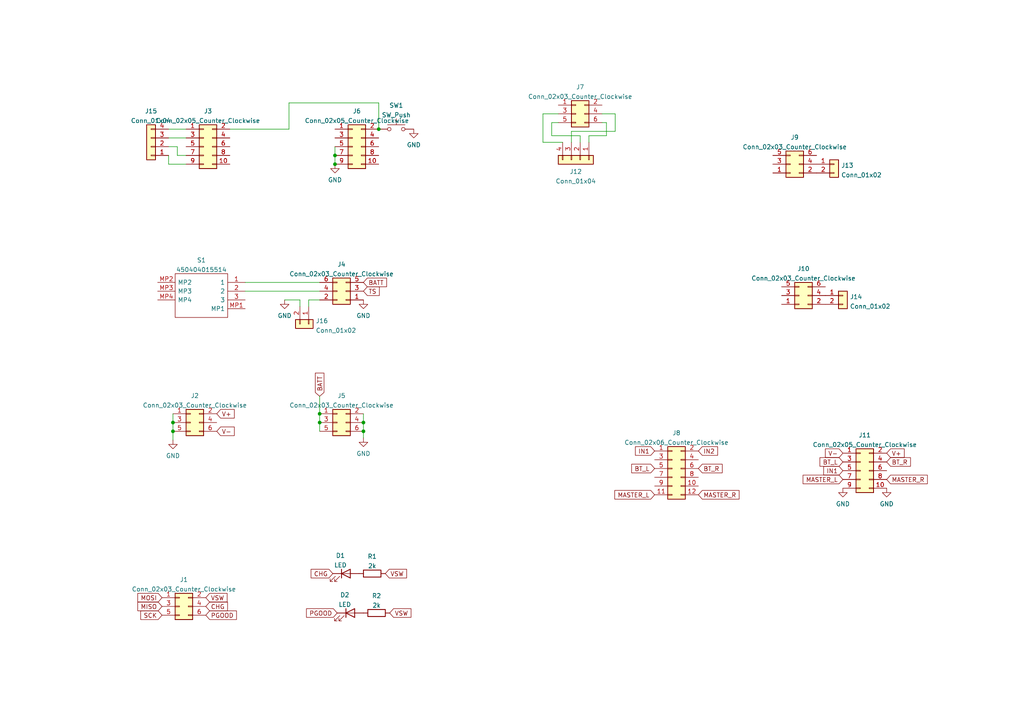
<source format=kicad_sch>
(kicad_sch (version 20211123) (generator eeschema)
  (paper "A4")
  (lib_symbols
    (symbol "Connector_Generic:Conn_01x02" (pin_names (offset 1.016) hide)
      (property "Reference" "J" (at 0 2.54 0))
      (property "Value" "Conn_01x02" (at 0 -5.08 0))
      (symbol "Conn_01x02_1_1"
        (rectangle (start -1.27 -2.413) (end 0 -2.667) (stroke (width 0.1524)))
        (rectangle (start -1.27 0.127) (end 0 -0.127) (stroke (width 0.1524)))
        (rectangle (start -1.27 1.27) (end 1.27 -3.81) (stroke (width 0.254)) (fill (type background)))
        (pin passive line (at -5.08 0 0) (length 3.81) (name "Pin_1") (number "1"))
        (pin passive line (at -5.08 -2.54 0) (length 3.81) (name "Pin_2") (number "2"))
      )
    )
    (symbol "Connector_Generic:Conn_01x04" (pin_names (offset 1.016) hide)
      (property "Reference" "J" (at 0 5.08 0))
      (property "Value" "Conn_01x04" (at 0 -7.62 0))
      (symbol "Conn_01x04_1_1"
        (rectangle (start -1.27 -4.953) (end 0 -5.207) (stroke (width 0.1524)))
        (rectangle (start -1.27 -2.413) (end 0 -2.667) (stroke (width 0.1524)))
        (rectangle (start -1.27 0.127) (end 0 -0.127) (stroke (width 0.1524)))
        (rectangle (start -1.27 2.667) (end 0 2.413) (stroke (width 0.1524)))
        (rectangle (start -1.27 3.81) (end 1.27 -6.35) (stroke (width 0.254)) (fill (type background)))
        (pin passive line (at -5.08 2.54 0) (length 3.81) (name "Pin_1") (number "1"))
        (pin passive line (at -5.08 0 0) (length 3.81) (name "Pin_2") (number "2"))
        (pin passive line (at -5.08 -2.54 0) (length 3.81) (name "Pin_3") (number "3"))
        (pin passive line (at -5.08 -5.08 0) (length 3.81) (name "Pin_4") (number "4"))
      )
    )
    (symbol "Connector_Generic:Conn_02x03_Odd_Even" (pin_names (offset 1.016) hide)
      (property "Reference" "J" (at 1.27 5.08 0))
      (property "Value" "Conn_02x03_Odd_Even" (at 1.27 -5.08 0))
      (symbol "Conn_02x03_Odd_Even_1_1"
        (rectangle (start -1.27 -2.413) (end 0 -2.667) (stroke (width 0.1524)))
        (rectangle (start -1.27 0.127) (end 0 -0.127) (stroke (width 0.1524)))
        (rectangle (start -1.27 2.667) (end 0 2.413) (stroke (width 0.1524)))
        (rectangle (start -1.27 3.81) (end 3.81 -3.81) (stroke (width 0.254)) (fill (type background)))
        (rectangle (start 3.81 -2.413) (end 2.54 -2.667) (stroke (width 0.1524)))
        (rectangle (start 3.81 0.127) (end 2.54 -0.127) (stroke (width 0.1524)))
        (rectangle (start 3.81 2.667) (end 2.54 2.413) (stroke (width 0.1524)))
        (pin passive line (at -5.08 2.54 0) (length 3.81) (name "Pin_1") (number "1"))
        (pin passive line (at 7.62 2.54 180) (length 3.81) (name "Pin_2") (number "2"))
        (pin passive line (at -5.08 0 0) (length 3.81) (name "Pin_3") (number "3"))
        (pin passive line (at 7.62 0 180) (length 3.81) (name "Pin_4") (number "4"))
        (pin passive line (at -5.08 -2.54 0) (length 3.81) (name "Pin_5") (number "5"))
        (pin passive line (at 7.62 -2.54 180) (length 3.81) (name "Pin_6") (number "6"))
      )
    )
    (symbol "Connector_Generic:Conn_02x05_Odd_Even" (pin_names (offset 1.016) hide)
      (property "Reference" "J" (at 1.27 7.62 0))
      (property "Value" "Conn_02x05_Odd_Even" (at 1.27 -7.62 0))
      (symbol "Conn_02x05_Odd_Even_1_1"
        (rectangle (start -1.27 -4.953) (end 0 -5.207) (stroke (width 0.1524)))
        (rectangle (start -1.27 -2.413) (end 0 -2.667) (stroke (width 0.1524)))
        (rectangle (start -1.27 0.127) (end 0 -0.127) (stroke (width 0.1524)))
        (rectangle (start -1.27 2.667) (end 0 2.413) (stroke (width 0.1524)))
        (rectangle (start -1.27 5.207) (end 0 4.953) (stroke (width 0.1524)))
        (rectangle (start -1.27 6.35) (end 3.81 -6.35) (stroke (width 0.254)) (fill (type background)))
        (rectangle (start 3.81 -4.953) (end 2.54 -5.207) (stroke (width 0.1524)))
        (rectangle (start 3.81 -2.413) (end 2.54 -2.667) (stroke (width 0.1524)))
        (rectangle (start 3.81 0.127) (end 2.54 -0.127) (stroke (width 0.1524)))
        (rectangle (start 3.81 2.667) (end 2.54 2.413) (stroke (width 0.1524)))
        (rectangle (start 3.81 5.207) (end 2.54 4.953) (stroke (width 0.1524)))
        (pin passive line (at -5.08 5.08 0) (length 3.81) (name "Pin_1") (number "1"))
        (pin passive line (at 7.62 -5.08 180) (length 3.81) (name "Pin_10") (number "10"))
        (pin passive line (at 7.62 5.08 180) (length 3.81) (name "Pin_2") (number "2"))
        (pin passive line (at -5.08 2.54 0) (length 3.81) (name "Pin_3") (number "3"))
        (pin passive line (at 7.62 2.54 180) (length 3.81) (name "Pin_4") (number "4"))
        (pin passive line (at -5.08 0 0) (length 3.81) (name "Pin_5") (number "5"))
        (pin passive line (at 7.62 0 180) (length 3.81) (name "Pin_6") (number "6"))
        (pin passive line (at -5.08 -2.54 0) (length 3.81) (name "Pin_7") (number "7"))
        (pin passive line (at 7.62 -2.54 180) (length 3.81) (name "Pin_8") (number "8"))
        (pin passive line (at -5.08 -5.08 0) (length 3.81) (name "Pin_9") (number "9"))
      )
    )
    (symbol "Connector_Generic:Conn_02x06_Odd_Even" (pin_names (offset 1.016) hide)
      (property "Reference" "J" (at 1.27 7.62 0))
      (property "Value" "Conn_02x06_Odd_Even" (at 1.27 -10.16 0))
      (symbol "Conn_02x06_Odd_Even_1_1"
        (rectangle (start -1.27 -7.493) (end 0 -7.747) (stroke (width 0.1524)))
        (rectangle (start -1.27 -4.953) (end 0 -5.207) (stroke (width 0.1524)))
        (rectangle (start -1.27 -2.413) (end 0 -2.667) (stroke (width 0.1524)))
        (rectangle (start -1.27 0.127) (end 0 -0.127) (stroke (width 0.1524)))
        (rectangle (start -1.27 2.667) (end 0 2.413) (stroke (width 0.1524)))
        (rectangle (start -1.27 5.207) (end 0 4.953) (stroke (width 0.1524)))
        (rectangle (start -1.27 6.35) (end 3.81 -8.89) (stroke (width 0.254)) (fill (type background)))
        (rectangle (start 3.81 -7.493) (end 2.54 -7.747) (stroke (width 0.1524)))
        (rectangle (start 3.81 -4.953) (end 2.54 -5.207) (stroke (width 0.1524)))
        (rectangle (start 3.81 -2.413) (end 2.54 -2.667) (stroke (width 0.1524)))
        (rectangle (start 3.81 0.127) (end 2.54 -0.127) (stroke (width 0.1524)))
        (rectangle (start 3.81 2.667) (end 2.54 2.413) (stroke (width 0.1524)))
        (rectangle (start 3.81 5.207) (end 2.54 4.953) (stroke (width 0.1524)))
        (pin passive line (at -5.08 5.08 0) (length 3.81) (name "Pin_1") (number "1"))
        (pin passive line (at 7.62 -5.08 180) (length 3.81) (name "Pin_10") (number "10"))
        (pin passive line (at -5.08 -7.62 0) (length 3.81) (name "Pin_11") (number "11"))
        (pin passive line (at 7.62 -7.62 180) (length 3.81) (name "Pin_12") (number "12"))
        (pin passive line (at 7.62 5.08 180) (length 3.81) (name "Pin_2") (number "2"))
        (pin passive line (at -5.08 2.54 0) (length 3.81) (name "Pin_3") (number "3"))
        (pin passive line (at 7.62 2.54 180) (length 3.81) (name "Pin_4") (number "4"))
        (pin passive line (at -5.08 0 0) (length 3.81) (name "Pin_5") (number "5"))
        (pin passive line (at 7.62 0 180) (length 3.81) (name "Pin_6") (number "6"))
        (pin passive line (at -5.08 -2.54 0) (length 3.81) (name "Pin_7") (number "7"))
        (pin passive line (at 7.62 -2.54 180) (length 3.81) (name "Pin_8") (number "8"))
        (pin passive line (at -5.08 -5.08 0) (length 3.81) (name "Pin_9") (number "9"))
      )
    )
    (symbol "Device:LED" (pin_numbers hide) (pin_names (offset 1.016) hide)
      (property "Reference" "D" (at 0 2.54 0))
      (property "Value" "LED" (at 0 -2.54 0))
      (symbol "LED_0_1"
        (polyline (pts (xy -1.27 -1.27) (xy -1.27 1.27)) (stroke (width 0.254)))
        (polyline (pts (xy -1.27 0) (xy 1.27 0)))
        (polyline (pts (xy 1.27 -1.27) (xy 1.27 1.27) (xy -1.27 0) (xy 1.27 -1.27)) (stroke (width 0.254)))
        (polyline (pts (xy -3.048 -0.762) (xy -4.572 -2.286) (xy -3.81 -2.286) (xy -4.572 -2.286) (xy -4.572 -1.524)))
        (polyline (pts (xy -1.778 -0.762) (xy -3.302 -2.286) (xy -2.54 -2.286) (xy -3.302 -2.286) (xy -3.302 -1.524)))
      )
      (symbol "LED_1_1"
        (pin passive line (at -3.81 0 0) (length 2.54) (name "K") (number "1"))
        (pin passive line (at 3.81 0 180) (length 2.54) (name "A") (number "2"))
      )
    )
    (symbol "Device:R" (pin_numbers hide) (pin_names (offset 0))
      (property "Reference" "R" (at 2.032 0 90))
      (property "Value" "R" (at 0 0 90))
      (symbol "R_0_1"
        (rectangle (start -1.016 -2.54) (end 1.016 2.54) (stroke (width 0.254)))
      )
      (symbol "R_1_1"
        (pin passive line (at 0 3.81 270) (length 1.27) (name "~") (number "1"))
        (pin passive line (at 0 -3.81 90) (length 1.27) (name "~") (number "2"))
      )
    )
    (symbol "SamacSys_Parts:450404015514" (pin_names (offset 0.762))
      (property "Reference" "S" (at 21.59 7.62 0))
      (property "Value" "450404015514" (at 21.59 5.08 0))
      (symbol "450404015514_0_0"
        (pin passive line (at 0 0 0) (length 5.08) (name "1") (number "1"))
        (pin passive line (at 0 -2.54 0) (length 5.08) (name "2") (number "2"))
        (pin passive line (at 0 -5.08 0) (length 5.08) (name "3") (number "3"))
        (pin passive line (at 0 -7.62 0) (length 5.08) (name "MP1") (number "MP1"))
        (pin passive line (at 25.4 0 180) (length 5.08) (name "MP2") (number "MP2"))
        (pin passive line (at 25.4 -2.54 180) (length 5.08) (name "MP3") (number "MP3"))
        (pin passive line (at 25.4 -5.08 180) (length 5.08) (name "MP4") (number "MP4"))
      )
      (symbol "450404015514_0_1"
        (polyline (pts (xy 5.08 2.54) (xy 20.32 2.54) (xy 20.32 -10.16) (xy 5.08 -10.16) (xy 5.08 2.54)) (stroke (width 0.1524)))
      )
    )
    (symbol "Switch:SW_Push" (pin_numbers hide) (pin_names (offset 1.016) hide)
      (property "Reference" "SW" (at 1.27 2.54 0))
      (property "Value" "SW_Push" (at 0 -1.524 0))
      (symbol "SW_Push_0_1"
        (circle (center -2.032 0) (radius 0.508))
        (polyline (pts (xy 0 1.27) (xy 0 3.048)))
        (polyline (pts (xy 2.54 1.27) (xy -2.54 1.27)))
        (circle (center 2.032 0) (radius 0.508))
        (pin passive line (at -5.08 0 0) (length 2.54) (name "1") (number "1"))
        (pin passive line (at 5.08 0 180) (length 2.54) (name "2") (number "2"))
      )
    )
    (symbol "power:GND" (power) (pin_names (offset 0))
      (property "Value" "GND" (at 0 -3.81 0))
      (symbol "GND_0_1"
        (polyline (pts (xy 0 0) (xy 0 -1.27) (xy 1.27 -1.27) (xy 0 -2.54) (xy -1.27 -1.27) (xy 0 -1.27)))
      )
      (symbol "GND_1_1"
        (pin power_in line (at 0 0 270) (length 0) hide (name "GND") (number "1"))
      )
    )
  )
  (junction (at 50.165 125.095))
  (junction (at 105.41 122.555))
  (junction (at 109.855 37.465))
  (junction (at 97.155 45.085))
  (junction (at 105.41 125.095))
  (junction (at 50.165 122.555))
  (junction (at 92.71 122.555))
  (junction (at 92.71 120.015))
  (junction (at 97.155 47.625))
  (wire (pts (xy 89.535 88.9) (xy 89.535 86.995)))
  (wire (pts (xy 51.435 45.085) (xy 53.975 45.085)))
  (wire (pts (xy 92.71 114.935) (xy 92.71 120.015)))
  (wire (pts (xy 66.675 37.465) (xy 83.82 37.465)))
  (wire (pts (xy 175.895 35.56) (xy 174.625 35.56)))
  (wire (pts (xy 165.735 38.1) (xy 178.435 38.1)))
  (wire (pts (xy 105.41 120.015) (xy 105.41 122.555)))
  (wire (pts (xy 71.12 81.915) (xy 92.71 81.915)))
  (wire (pts (xy 86.995 86.995) (xy 86.995 88.9)))
  (wire (pts (xy 160.02 35.56) (xy 161.925 35.56)))
  (wire (pts (xy 165.735 41.275) (xy 165.735 38.1)))
  (wire (pts (xy 178.435 33.02) (xy 174.625 33.02)))
  (wire (pts (xy 163.195 41.275) (xy 157.48 41.275)))
  (wire (pts (xy 97.155 45.085) (xy 97.155 47.625)))
  (wire (pts (xy 105.41 125.095) (xy 105.41 127)))
  (wire (pts (xy 178.435 38.1) (xy 178.435 33.02)))
  (wire (pts (xy 50.165 120.015) (xy 50.165 122.555)))
  (wire (pts (xy 92.71 122.555) (xy 92.71 125.095)))
  (wire (pts (xy 175.895 39.37) (xy 175.895 35.56)))
  (wire (pts (xy 168.275 39.37) (xy 160.02 39.37)))
  (wire (pts (xy 48.895 40.005) (xy 53.975 40.005)))
  (wire (pts (xy 160.02 39.37) (xy 160.02 35.56)))
  (wire (pts (xy 83.82 29.845) (xy 109.855 29.845)))
  (wire (pts (xy 170.815 41.275) (xy 170.815 39.37)))
  (wire (pts (xy 51.435 42.545) (xy 51.435 45.085)))
  (wire (pts (xy 48.895 45.085) (xy 48.895 47.625)))
  (wire (pts (xy 48.895 37.465) (xy 53.975 37.465)))
  (wire (pts (xy 109.855 29.845) (xy 109.855 37.465)))
  (wire (pts (xy 157.48 33.02) (xy 161.925 33.02)))
  (wire (pts (xy 50.165 122.555) (xy 50.165 125.095)))
  (wire (pts (xy 48.895 42.545) (xy 51.435 42.545)))
  (wire (pts (xy 50.165 125.095) (xy 50.165 127.635)))
  (wire (pts (xy 83.82 37.465) (xy 83.82 29.845)))
  (wire (pts (xy 97.155 42.545) (xy 97.155 45.085)))
  (wire (pts (xy 92.71 120.015) (xy 92.71 122.555)))
  (wire (pts (xy 168.275 41.275) (xy 168.275 39.37)))
  (wire (pts (xy 157.48 41.275) (xy 157.48 33.02)))
  (wire (pts (xy 71.12 84.455) (xy 92.71 84.455)))
  (wire (pts (xy 82.55 86.995) (xy 86.995 86.995)))
  (wire (pts (xy 89.535 86.995) (xy 92.71 86.995)))
  (wire (pts (xy 170.815 39.37) (xy 175.895 39.37)))
  (wire (pts (xy 105.41 122.555) (xy 105.41 125.095)))
  (wire (pts (xy 48.895 47.625) (xy 53.975 47.625)))
  (global_label "BATT" (shape input) (at 105.41 81.915 0) (property "Intersheet References" "${INTERSHEET_REFS}" (effects hide)))
  (global_label "VSW" (shape input) (at 111.76 166.37 0) (property "Intersheet References" "${INTERSHEET_REFS}" (effects hide)))
  (global_label "MOSI" (shape input) (at 46.99 173.355 180) (property "Intersheet References" "${INTERSHEET_REFS}" (effects hide)))
  (global_label "V-" (shape input) (at 244.475 131.445 180) (property "Intersheet References" "${INTERSHEET_REFS}" (effects hide)))
  (global_label "MASTER_L" (shape input) (at 244.475 139.065 180) (property "Intersheet References" "${INTERSHEET_REFS}" (effects hide)))
  (global_label "BT_L" (shape input) (at 244.475 133.985 180) (property "Intersheet References" "${INTERSHEET_REFS}" (effects hide)))
  (global_label "PGOOD" (shape input) (at 97.79 177.8 180) (property "Intersheet References" "${INTERSHEET_REFS}" (effects hide)))
  (global_label "SCK" (shape input) (at 46.99 178.435 180) (property "Intersheet References" "${INTERSHEET_REFS}" (effects hide)))
  (global_label "V+" (shape input) (at 62.865 120.015 0) (property "Intersheet References" "${INTERSHEET_REFS}" (effects hide)))
  (global_label "VSW" (shape input) (at 113.03 177.8 0) (property "Intersheet References" "${INTERSHEET_REFS}" (effects hide)))
  (global_label "BT_R" (shape input) (at 257.175 133.985 0) (property "Intersheet References" "${INTERSHEET_REFS}" (effects hide)))
  (global_label "BATT" (shape input) (at 92.71 114.935 90) (property "Intersheet References" "${INTERSHEET_REFS}" (effects hide)))
  (global_label "TS" (shape input) (at 105.41 84.455 0) (property "Intersheet References" "${INTERSHEET_REFS}" (effects hide)))
  (global_label "CHG" (shape input) (at 59.69 175.895 0) (property "Intersheet References" "${INTERSHEET_REFS}" (effects hide)))
  (global_label "MISO" (shape input) (at 46.99 175.895 180) (property "Intersheet References" "${INTERSHEET_REFS}" (effects hide)))
  (global_label "MASTER_R" (shape input) (at 202.565 143.51 0) (property "Intersheet References" "${INTERSHEET_REFS}" (effects hide)))
  (global_label "IN1" (shape input) (at 189.865 130.81 180) (property "Intersheet References" "${INTERSHEET_REFS}" (effects hide)))
  (global_label "IN1" (shape input) (at 244.475 136.525 180) (property "Intersheet References" "${INTERSHEET_REFS}" (effects hide)))
  (global_label "IN2" (shape input) (at 202.565 130.81 0) (property "Intersheet References" "${INTERSHEET_REFS}" (effects hide)))
  (global_label "V-" (shape input) (at 62.865 125.095 0) (property "Intersheet References" "${INTERSHEET_REFS}" (effects hide)))
  (global_label "PGOOD" (shape input) (at 59.69 178.435 0) (property "Intersheet References" "${INTERSHEET_REFS}" (effects hide)))
  (global_label "BT_R" (shape input) (at 202.565 135.89 0) (property "Intersheet References" "${INTERSHEET_REFS}" (effects hide)))
  (global_label "MASTER_R" (shape input) (at 257.175 139.065 0) (property "Intersheet References" "${INTERSHEET_REFS}" (effects hide)))
  (global_label "V+" (shape input) (at 257.175 131.445 0) (property "Intersheet References" "${INTERSHEET_REFS}" (effects hide)))
  (global_label "CHG" (shape input) (at 96.52 166.37 180) (property "Intersheet References" "${INTERSHEET_REFS}" (effects hide)))
  (global_label "VSW" (shape input) (at 59.69 173.355 0) (property "Intersheet References" "${INTERSHEET_REFS}" (effects hide)))
  (global_label "BT_L" (shape input) (at 189.865 135.89 180) (property "Intersheet References" "${INTERSHEET_REFS}" (effects hide)))
  (global_label "MASTER_L" (shape input) (at 189.865 143.51 180) (property "Intersheet References" "${INTERSHEET_REFS}" (effects hide)))
  (symbol (lib_id "Connector_Generic:Conn_02x03_Odd_Even") (at 97.79 122.555 0) (unit 1)
    (property "Reference" "J5" (at 99.06 114.7785 0))
    (property "Value" "Conn_02x03_Counter_Clockwise" (at 99.06 117.5536 0))
    (property "Footprint" "SamacSys_Parts:PinSocket_2x03_P2.54mm_Vertical" (effects hide))
  )
  (symbol (lib_id "power:GND") (at 105.41 86.995 0) (unit 1)
    (property "Reference" "#PWR02" (effects hide))
    (property "Value" "GND" (at 105.41 91.5575 0))
  )
  (symbol (lib_id "Connector_Generic:Conn_01x04") (at 168.275 46.355 270) (unit 1)
    (property "Reference" "J12" (at 167.005 49.7745 90))
    (property "Value" "Conn_01x04" (at 167.005 52.5496 90))
    (property "Footprint" "Connector_PinHeader_2.54mm:PinHeader_1x04_P2.54mm_Vertical" (effects hide))
  )
  (symbol (lib_id "Connector_Generic:Conn_01x02") (at 244.475 85.725 0) (unit 1)
    (property "Reference" "J14" (at 246.507 86.0865 0) (effects (justify left)))
    (property "Value" "Conn_01x02" (at 246.507 88.8616 0) (effects (justify left)))
    (property "Footprint" "Connector_PinHeader_2.54mm:PinHeader_1x02_P2.54mm_Vertical" (effects hide))
  )
  (symbol (lib_id "SamacSys_Parts:450404015514") (at 71.12 81.915 0) (mirror y) (unit 1)
    (property "Reference" "S1" (at 58.42 75.4593 0))
    (property "Value" "450404015514" (at 58.42 78.2344 0))
    (property "Footprint" "SamacSys_Parts:450404015514" (effects hide))
    (property "Datasheet" "https://katalog.we-online.de/em/datasheet/450404015514.pdf" (effects hide))
    (property "Description" "Slide Switch SPDT Surface Mount" (effects hide))
    (property "Height" "1.4" (effects hide))
    (property "Mouser Part Number" "710-450404015514" (effects hide))
    (property "Mouser Price/Stock" "https://www.mouser.co.uk/ProductDetail/Wurth-Elektronik/450404015514?qs=sPbYRqrBIVk21%2FxsES2IZA%3D%3D" (effects hide))
    (property "Manufacturer_Name" "Wurth Elektronik" (effects hide))
    (property "Manufacturer_Part_Number" "450404015514" (effects hide))
  )
  (symbol (lib_id "Connector_Generic:Conn_02x06_Odd_Even") (at 194.945 135.89 0) (unit 1)
    (property "Reference" "J8" (at 196.215 125.5735 0))
    (property "Value" "Conn_02x06_Counter_Clockwise" (at 196.215 128.3486 0))
    (property "Footprint" "SamacSys_Parts:PinSocket_2x06_P2.54mm_Vertical" (effects hide))
  )
  (symbol (lib_id "Device:LED") (at 100.33 166.37 0) (unit 1)
    (property "Reference" "D1" (at 98.7425 161.1335 0))
    (property "Value" "LED" (at 98.7425 163.9086 0))
    (property "Footprint" "LED_THT:LED_D5.0mm" (effects hide))
  )
  (symbol (lib_id "Device:R") (at 109.22 177.8 90) (unit 1)
    (property "Reference" "R2" (at 109.22 172.8175 90))
    (property "Value" "2k" (at 109.22 175.5926 90))
    (property "Footprint" "Resistor_SMD:R_0603_1608Metric" (effects hide))
  )
  (symbol (lib_id "power:GND") (at 97.155 47.625 0) (unit 1)
    (property "Reference" "#PWR0102" (effects hide))
    (property "Value" "GND" (at 97.155 52.1875 0))
  )
  (symbol (lib_id "Connector_Generic:Conn_02x05_Odd_Even") (at 59.055 42.545 0) (unit 1)
    (property "Reference" "J3" (at 60.325 32.2285 0))
    (property "Value" "Conn_02x05_Counter_Clockwise" (at 60.325 35.0036 0))
    (property "Footprint" "SamacSys_Parts:PinSocket_2x05_P2.54mm_Vertical" (effects hide))
  )
  (symbol (lib_id "Connector_Generic:Conn_01x02") (at 89.535 93.98 270) (unit 1)
    (property "Reference" "J16" (at 91.567 93.0715 90) (effects (justify left)))
    (property "Value" "Conn_01x02" (at 91.567 95.8466 90) (effects (justify left)))
    (property "Footprint" "Connector_PinHeader_2.54mm:PinHeader_1x02_P2.54mm_Vertical" (effects hide))
  )
  (symbol (lib_id "Connector_Generic:Conn_01x02") (at 241.935 47.625 0) (unit 1)
    (property "Reference" "J13" (at 243.967 47.9865 0) (effects (justify left)))
    (property "Value" "Conn_01x02" (at 243.967 50.7616 0) (effects (justify left)))
    (property "Footprint" "Connector_PinHeader_2.54mm:PinHeader_1x02_P2.54mm_Vertical" (effects hide))
  )
  (symbol (lib_id "power:GND") (at 105.41 127 0) (unit 1)
    (property "Reference" "#PWR03" (effects hide))
    (property "Value" "GND" (at 105.41 131.5625 0))
  )
  (symbol (lib_id "Device:R") (at 107.95 166.37 90) (unit 1)
    (property "Reference" "R1" (at 107.95 161.3875 90))
    (property "Value" "2k" (at 107.95 164.1626 90))
    (property "Footprint" "Resistor_SMD:R_0603_1608Metric" (effects hide))
  )
  (symbol (lib_id "Device:LED") (at 101.6 177.8 0) (unit 1)
    (property "Reference" "D2" (at 100.0125 172.5635 0))
    (property "Value" "LED" (at 100.0125 175.3386 0))
    (property "Footprint" "LED_THT:LED_D5.0mm" (effects hide))
  )
  (symbol (lib_id "power:GND") (at 50.165 127.635 0) (unit 1)
    (property "Reference" "#PWR01" (effects hide))
    (property "Value" "GND" (at 50.165 132.1975 0))
  )
  (symbol (lib_id "Connector_Generic:Conn_02x03_Odd_Even") (at 231.775 85.725 0) (mirror x) (unit 1)
    (property "Reference" "J10" (at 233.045 77.9485 0))
    (property "Value" "Conn_02x03_Counter_Clockwise" (at 233.045 80.7236 0))
    (property "Footprint" "SamacSys_Parts:PinSocket_2x03_P2.54mm_Vertical" (effects hide))
  )
  (symbol (lib_id "power:GND") (at 244.475 141.605 0) (unit 1)
    (property "Reference" "#PWR04" (effects hide))
    (property "Value" "GND" (at 244.475 146.1675 0))
  )
  (symbol (lib_id "Connector_Generic:Conn_02x05_Odd_Even") (at 102.235 42.545 0) (unit 1)
    (property "Reference" "J6" (at 103.505 32.2285 0))
    (property "Value" "Conn_02x05_Counter_Clockwise" (at 103.505 35.0036 0))
    (property "Footprint" "SamacSys_Parts:PinSocket_2x05_P2.54mm_Vertical" (effects hide))
  )
  (symbol (lib_id "Switch:SW_Push") (at 114.935 37.465 0) (unit 1)
    (property "Reference" "SW1" (at 114.935 30.5775 0))
    (property "Value" "SW_Push" (at 114.935 33.3526 0))
    (property "Footprint" "Button_Switch_THT:SW_Tactile_SKHH_Angled" (effects hide))
  )
  (symbol (lib_id "Connector_Generic:Conn_02x03_Odd_Even") (at 55.245 122.555 0) (unit 1)
    (property "Reference" "J2" (at 56.515 114.7785 0))
    (property "Value" "Conn_02x03_Counter_Clockwise" (at 56.515 117.5536 0))
    (property "Footprint" "SamacSys_Parts:PinSocket_2x03_P2.54mm_Vertical" (effects hide))
  )
  (symbol (lib_id "Connector_Generic:Conn_02x03_Odd_Even") (at 229.235 47.625 0) (mirror x) (unit 1)
    (property "Reference" "J9" (at 230.505 39.8485 0))
    (property "Value" "Conn_02x03_Counter_Clockwise" (at 230.505 42.6236 0))
    (property "Footprint" "SamacSys_Parts:PinSocket_2x03_P2.54mm_Vertical" (effects hide))
  )
  (symbol (lib_id "Connector_Generic:Conn_02x03_Odd_Even") (at 52.07 175.895 0) (unit 1)
    (property "Reference" "J1" (at 53.34 168.1185 0))
    (property "Value" "Conn_02x03_Counter_Clockwise" (at 53.34 170.8936 0))
    (property "Footprint" "SamacSys_Parts:PinSocket_2x03_P2.54mm_Vertical" (effects hide))
  )
  (symbol (lib_id "power:GND") (at 120.015 37.465 0) (unit 1)
    (property "Reference" "#PWR0101" (effects hide))
    (property "Value" "GND" (at 120.015 42.0275 0))
  )
  (symbol (lib_id "Connector_Generic:Conn_02x05_Odd_Even") (at 249.555 136.525 0) (unit 1)
    (property "Reference" "J11" (at 250.825 126.2085 0))
    (property "Value" "Conn_02x05_Counter_Clockwise" (at 250.825 128.9836 0))
    (property "Footprint" "SamacSys_Parts:PinSocket_2x05_P2.54mm_Vertical" (effects hide))
  )
  (symbol (lib_id "Connector_Generic:Conn_01x04") (at 43.815 42.545 180) (unit 1)
    (property "Reference" "J15" (at 43.815 32.2285 0))
    (property "Value" "Conn_01x04" (at 43.815 35.0036 0))
    (property "Footprint" "Connector_PinHeader_2.54mm:PinHeader_1x04_P2.54mm_Vertical" (effects hide))
  )
  (symbol (lib_id "power:GND") (at 82.55 86.995 0) (mirror y) (unit 1)
    (property "Reference" "#PWR0103" (effects hide))
    (property "Value" "GND" (at 82.55 91.5575 0))
  )
  (symbol (lib_id "Connector_Generic:Conn_02x03_Odd_Even") (at 167.005 33.02 0) (unit 1)
    (property "Reference" "J7" (at 168.275 25.2435 0))
    (property "Value" "Conn_02x03_Counter_Clockwise" (at 168.275 28.0186 0))
    (property "Footprint" "SamacSys_Parts:PinSocket_2x03_P2.54mm_Vertical" (effects hide))
  )
  (symbol (lib_id "power:GND") (at 257.175 141.605 0) (unit 1)
    (property "Reference" "#PWR05" (effects hide))
    (property "Value" "GND" (at 257.175 146.1675 0))
  )
  (symbol (lib_id "Connector_Generic:Conn_02x03_Odd_Even") (at 100.33 84.455 180) (unit 1)
    (property "Reference" "J4" (at 99.06 76.6785 0))
    (property "Value" "Conn_02x03_Counter_Clockwise" (at 99.06 79.4536 0))
    (property "Footprint" "SamacSys_Parts:PinSocket_2x03_P2.54mm_Vertical" (effects hide))
  )
)
</source>
